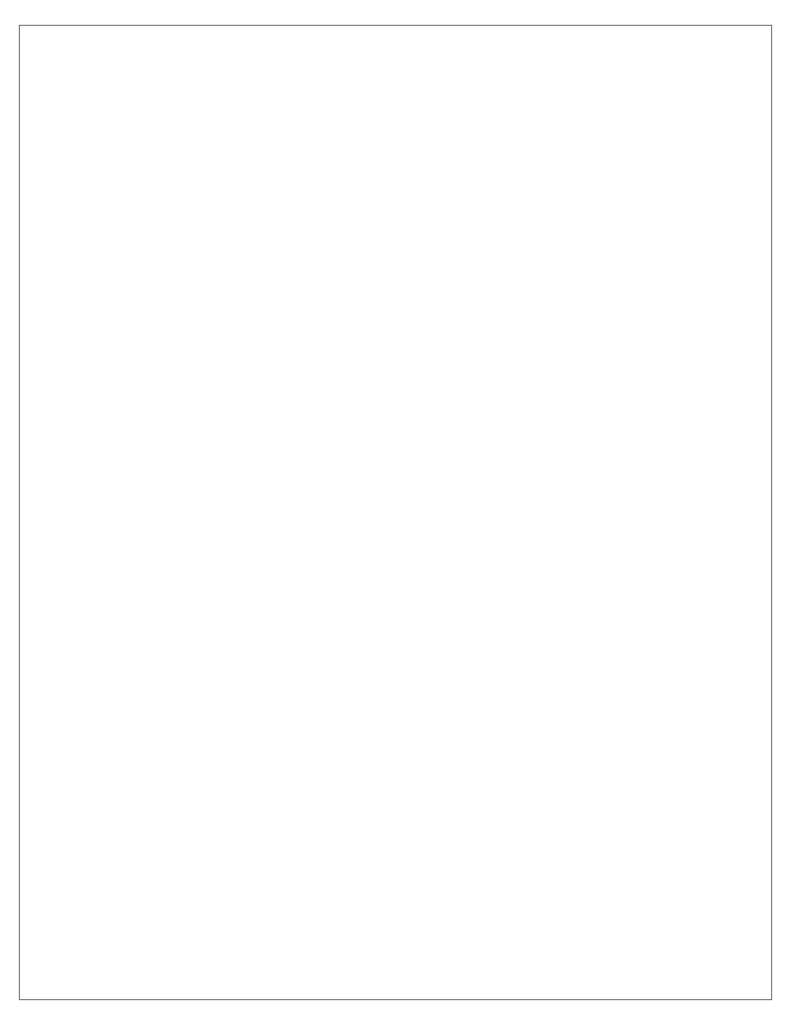
<source format=gbr>
%TF.GenerationSoftware,KiCad,Pcbnew,(5.1.9)-1*%
%TF.CreationDate,2021-03-30T23:29:10-04:00*%
%TF.ProjectId,BasicSTM32,42617369-6353-4544-9d33-322e6b696361,rev?*%
%TF.SameCoordinates,Original*%
%TF.FileFunction,Profile,NP*%
%FSLAX46Y46*%
G04 Gerber Fmt 4.6, Leading zero omitted, Abs format (unit mm)*
G04 Created by KiCad (PCBNEW (5.1.9)-1) date 2021-03-30 23:29:10*
%MOMM*%
%LPD*%
G01*
G04 APERTURE LIST*
%TA.AperFunction,Profile*%
%ADD10C,0.050000*%
%TD*%
G04 APERTURE END LIST*
D10*
X58420000Y-150495000D02*
X58420000Y-67310000D01*
X122682000Y-150495000D02*
X58420000Y-150495000D01*
X122682000Y-67310000D02*
X122682000Y-150495000D01*
X58420000Y-67310000D02*
X122682000Y-67310000D01*
M02*

</source>
